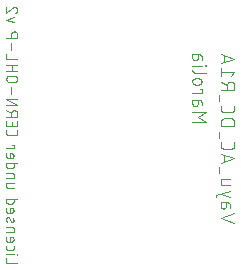
<source format=gbr>
G04 EAGLE Gerber RS-274X export*
G75*
%MOMM*%
%FSLAX34Y34*%
%LPD*%
%INSilkscreen Bottom*%
%IPPOS*%
%AMOC8*
5,1,8,0,0,1.08239X$1,22.5*%
G01*
%ADD10C,0.101600*%
%ADD11C,0.076200*%


D10*
X509492Y46829D02*
X497808Y50723D01*
X509492Y54618D01*
X502352Y61008D02*
X502352Y63929D01*
X502352Y61008D02*
X502350Y60914D01*
X502344Y60820D01*
X502335Y60727D01*
X502321Y60634D01*
X502304Y60542D01*
X502282Y60450D01*
X502258Y60360D01*
X502229Y60270D01*
X502197Y60182D01*
X502161Y60095D01*
X502121Y60010D01*
X502078Y59927D01*
X502032Y59845D01*
X501982Y59765D01*
X501929Y59688D01*
X501873Y59613D01*
X501814Y59540D01*
X501752Y59469D01*
X501687Y59401D01*
X501619Y59336D01*
X501548Y59274D01*
X501475Y59215D01*
X501400Y59159D01*
X501323Y59106D01*
X501243Y59056D01*
X501161Y59010D01*
X501078Y58967D01*
X500993Y58927D01*
X500906Y58891D01*
X500818Y58859D01*
X500728Y58830D01*
X500638Y58806D01*
X500546Y58784D01*
X500454Y58767D01*
X500361Y58753D01*
X500268Y58744D01*
X500174Y58738D01*
X500080Y58736D01*
X499986Y58738D01*
X499892Y58744D01*
X499799Y58753D01*
X499706Y58767D01*
X499614Y58784D01*
X499522Y58806D01*
X499432Y58830D01*
X499342Y58859D01*
X499254Y58891D01*
X499167Y58927D01*
X499082Y58967D01*
X498999Y59010D01*
X498917Y59056D01*
X498837Y59106D01*
X498760Y59159D01*
X498685Y59215D01*
X498612Y59274D01*
X498541Y59336D01*
X498473Y59401D01*
X498408Y59469D01*
X498346Y59540D01*
X498287Y59613D01*
X498231Y59688D01*
X498178Y59765D01*
X498128Y59845D01*
X498082Y59927D01*
X498039Y60010D01*
X497999Y60095D01*
X497963Y60182D01*
X497931Y60270D01*
X497902Y60360D01*
X497878Y60450D01*
X497856Y60542D01*
X497839Y60634D01*
X497825Y60727D01*
X497816Y60820D01*
X497810Y60914D01*
X497808Y61008D01*
X497808Y63929D01*
X503650Y63929D01*
X503737Y63927D01*
X503825Y63921D01*
X503911Y63911D01*
X503998Y63898D01*
X504083Y63880D01*
X504168Y63859D01*
X504252Y63834D01*
X504334Y63805D01*
X504415Y63772D01*
X504495Y63736D01*
X504573Y63697D01*
X504649Y63653D01*
X504723Y63607D01*
X504794Y63557D01*
X504864Y63504D01*
X504931Y63448D01*
X504995Y63389D01*
X505057Y63327D01*
X505116Y63263D01*
X505172Y63196D01*
X505225Y63126D01*
X505275Y63055D01*
X505321Y62981D01*
X505365Y62905D01*
X505404Y62827D01*
X505440Y62747D01*
X505473Y62666D01*
X505502Y62584D01*
X505527Y62500D01*
X505548Y62415D01*
X505566Y62330D01*
X505579Y62243D01*
X505589Y62157D01*
X505595Y62069D01*
X505597Y61982D01*
X505597Y59385D01*
X493913Y68701D02*
X493913Y69999D01*
X505597Y73894D01*
X505597Y68701D02*
X497808Y71297D01*
X499755Y78607D02*
X505597Y78607D01*
X499755Y78607D02*
X499668Y78609D01*
X499580Y78615D01*
X499494Y78625D01*
X499407Y78638D01*
X499322Y78656D01*
X499237Y78677D01*
X499153Y78702D01*
X499071Y78731D01*
X498990Y78764D01*
X498910Y78800D01*
X498832Y78839D01*
X498756Y78883D01*
X498682Y78929D01*
X498611Y78979D01*
X498541Y79032D01*
X498474Y79088D01*
X498410Y79147D01*
X498348Y79209D01*
X498289Y79273D01*
X498233Y79340D01*
X498180Y79410D01*
X498130Y79481D01*
X498084Y79555D01*
X498040Y79631D01*
X498001Y79709D01*
X497965Y79789D01*
X497932Y79870D01*
X497903Y79952D01*
X497878Y80036D01*
X497857Y80121D01*
X497839Y80206D01*
X497826Y80293D01*
X497816Y80379D01*
X497810Y80467D01*
X497808Y80554D01*
X497808Y83800D01*
X505597Y83800D01*
X496510Y88513D02*
X496510Y93706D01*
X497808Y97502D02*
X509492Y101396D01*
X497808Y105291D01*
X500729Y104317D02*
X500729Y98475D01*
X497808Y112144D02*
X497808Y114741D01*
X497808Y112144D02*
X497810Y112045D01*
X497816Y111945D01*
X497825Y111846D01*
X497838Y111748D01*
X497855Y111650D01*
X497876Y111552D01*
X497901Y111456D01*
X497929Y111361D01*
X497961Y111267D01*
X497996Y111174D01*
X498035Y111082D01*
X498078Y110992D01*
X498123Y110904D01*
X498173Y110817D01*
X498225Y110733D01*
X498281Y110650D01*
X498339Y110570D01*
X498401Y110492D01*
X498466Y110417D01*
X498534Y110344D01*
X498604Y110274D01*
X498677Y110206D01*
X498752Y110141D01*
X498830Y110079D01*
X498910Y110021D01*
X498993Y109965D01*
X499077Y109913D01*
X499164Y109863D01*
X499252Y109818D01*
X499342Y109775D01*
X499434Y109736D01*
X499527Y109701D01*
X499621Y109669D01*
X499716Y109641D01*
X499812Y109616D01*
X499910Y109595D01*
X500008Y109578D01*
X500106Y109565D01*
X500205Y109556D01*
X500305Y109550D01*
X500404Y109548D01*
X506896Y109548D01*
X506995Y109550D01*
X507095Y109556D01*
X507194Y109565D01*
X507292Y109578D01*
X507390Y109595D01*
X507488Y109616D01*
X507584Y109641D01*
X507679Y109669D01*
X507773Y109701D01*
X507866Y109736D01*
X507958Y109775D01*
X508048Y109818D01*
X508136Y109863D01*
X508223Y109913D01*
X508307Y109965D01*
X508390Y110021D01*
X508470Y110079D01*
X508548Y110141D01*
X508623Y110206D01*
X508696Y110274D01*
X508766Y110344D01*
X508834Y110417D01*
X508899Y110492D01*
X508961Y110570D01*
X509019Y110650D01*
X509075Y110733D01*
X509127Y110817D01*
X509177Y110904D01*
X509222Y110992D01*
X509265Y111082D01*
X509304Y111174D01*
X509339Y111266D01*
X509371Y111361D01*
X509399Y111456D01*
X509424Y111552D01*
X509445Y111650D01*
X509462Y111748D01*
X509475Y111846D01*
X509484Y111945D01*
X509490Y112045D01*
X509492Y112144D01*
X509492Y114741D01*
X496510Y118612D02*
X496510Y123805D01*
X497808Y128631D02*
X509492Y128631D01*
X509492Y131876D01*
X509490Y131989D01*
X509484Y132102D01*
X509474Y132215D01*
X509460Y132328D01*
X509443Y132440D01*
X509421Y132551D01*
X509396Y132661D01*
X509366Y132771D01*
X509333Y132879D01*
X509296Y132986D01*
X509256Y133092D01*
X509211Y133196D01*
X509163Y133299D01*
X509112Y133400D01*
X509057Y133499D01*
X508999Y133596D01*
X508937Y133691D01*
X508872Y133784D01*
X508804Y133874D01*
X508733Y133962D01*
X508658Y134048D01*
X508581Y134131D01*
X508501Y134211D01*
X508418Y134288D01*
X508332Y134363D01*
X508244Y134434D01*
X508154Y134502D01*
X508061Y134567D01*
X507966Y134629D01*
X507869Y134687D01*
X507770Y134742D01*
X507669Y134793D01*
X507566Y134841D01*
X507462Y134886D01*
X507356Y134926D01*
X507249Y134963D01*
X507141Y134996D01*
X507031Y135026D01*
X506921Y135051D01*
X506810Y135073D01*
X506698Y135090D01*
X506585Y135104D01*
X506472Y135114D01*
X506359Y135120D01*
X506246Y135122D01*
X501054Y135122D01*
X500941Y135120D01*
X500828Y135114D01*
X500715Y135104D01*
X500602Y135090D01*
X500490Y135073D01*
X500379Y135051D01*
X500269Y135026D01*
X500159Y134996D01*
X500051Y134963D01*
X499944Y134926D01*
X499838Y134886D01*
X499734Y134841D01*
X499631Y134793D01*
X499530Y134742D01*
X499431Y134687D01*
X499334Y134629D01*
X499239Y134567D01*
X499146Y134502D01*
X499056Y134434D01*
X498968Y134363D01*
X498882Y134288D01*
X498799Y134211D01*
X498719Y134131D01*
X498642Y134048D01*
X498567Y133962D01*
X498496Y133874D01*
X498428Y133784D01*
X498363Y133691D01*
X498301Y133596D01*
X498243Y133499D01*
X498188Y133400D01*
X498137Y133299D01*
X498089Y133196D01*
X498044Y133092D01*
X498004Y132986D01*
X497967Y132879D01*
X497934Y132771D01*
X497904Y132661D01*
X497879Y132551D01*
X497857Y132440D01*
X497840Y132328D01*
X497826Y132215D01*
X497816Y132102D01*
X497810Y131989D01*
X497808Y131876D01*
X497808Y128631D01*
X497808Y143005D02*
X497808Y145602D01*
X497808Y143005D02*
X497810Y142906D01*
X497816Y142806D01*
X497825Y142707D01*
X497838Y142609D01*
X497855Y142511D01*
X497876Y142413D01*
X497901Y142317D01*
X497929Y142222D01*
X497961Y142128D01*
X497996Y142035D01*
X498035Y141943D01*
X498078Y141853D01*
X498123Y141765D01*
X498173Y141678D01*
X498225Y141594D01*
X498281Y141511D01*
X498339Y141431D01*
X498401Y141353D01*
X498466Y141278D01*
X498534Y141205D01*
X498604Y141135D01*
X498677Y141067D01*
X498752Y141002D01*
X498830Y140940D01*
X498910Y140882D01*
X498993Y140826D01*
X499077Y140774D01*
X499164Y140724D01*
X499252Y140679D01*
X499342Y140636D01*
X499434Y140597D01*
X499527Y140562D01*
X499621Y140530D01*
X499716Y140502D01*
X499812Y140477D01*
X499910Y140456D01*
X500008Y140439D01*
X500106Y140426D01*
X500205Y140417D01*
X500305Y140411D01*
X500404Y140409D01*
X506896Y140409D01*
X506995Y140411D01*
X507095Y140417D01*
X507194Y140426D01*
X507292Y140439D01*
X507390Y140456D01*
X507488Y140477D01*
X507584Y140502D01*
X507679Y140530D01*
X507773Y140562D01*
X507866Y140597D01*
X507958Y140636D01*
X508048Y140679D01*
X508136Y140724D01*
X508223Y140774D01*
X508307Y140826D01*
X508390Y140882D01*
X508470Y140940D01*
X508548Y141002D01*
X508623Y141067D01*
X508696Y141135D01*
X508766Y141205D01*
X508834Y141278D01*
X508899Y141353D01*
X508961Y141431D01*
X509019Y141511D01*
X509075Y141594D01*
X509127Y141678D01*
X509177Y141765D01*
X509222Y141853D01*
X509265Y141943D01*
X509304Y142035D01*
X509339Y142127D01*
X509371Y142222D01*
X509399Y142317D01*
X509424Y142413D01*
X509445Y142511D01*
X509462Y142609D01*
X509475Y142707D01*
X509484Y142806D01*
X509490Y142906D01*
X509492Y143005D01*
X509492Y145602D01*
X496510Y149473D02*
X496510Y154666D01*
X497808Y159565D02*
X509492Y159565D01*
X509492Y162811D01*
X509490Y162924D01*
X509484Y163037D01*
X509474Y163150D01*
X509460Y163263D01*
X509443Y163375D01*
X509421Y163486D01*
X509396Y163596D01*
X509366Y163706D01*
X509333Y163814D01*
X509296Y163921D01*
X509256Y164027D01*
X509211Y164131D01*
X509163Y164234D01*
X509112Y164335D01*
X509057Y164434D01*
X508999Y164531D01*
X508937Y164626D01*
X508872Y164719D01*
X508804Y164809D01*
X508733Y164897D01*
X508658Y164983D01*
X508581Y165066D01*
X508501Y165146D01*
X508418Y165223D01*
X508332Y165298D01*
X508244Y165369D01*
X508154Y165437D01*
X508061Y165502D01*
X507966Y165564D01*
X507869Y165622D01*
X507770Y165677D01*
X507669Y165728D01*
X507566Y165776D01*
X507462Y165821D01*
X507356Y165861D01*
X507249Y165898D01*
X507141Y165931D01*
X507031Y165961D01*
X506921Y165986D01*
X506810Y166008D01*
X506698Y166025D01*
X506585Y166039D01*
X506472Y166049D01*
X506359Y166055D01*
X506246Y166057D01*
X506133Y166055D01*
X506020Y166049D01*
X505907Y166039D01*
X505794Y166025D01*
X505682Y166008D01*
X505571Y165986D01*
X505461Y165961D01*
X505351Y165931D01*
X505243Y165898D01*
X505136Y165861D01*
X505030Y165821D01*
X504926Y165776D01*
X504823Y165728D01*
X504722Y165677D01*
X504623Y165622D01*
X504526Y165564D01*
X504431Y165502D01*
X504338Y165437D01*
X504248Y165369D01*
X504160Y165298D01*
X504074Y165223D01*
X503991Y165146D01*
X503911Y165066D01*
X503834Y164983D01*
X503759Y164897D01*
X503688Y164809D01*
X503620Y164719D01*
X503555Y164626D01*
X503493Y164531D01*
X503435Y164434D01*
X503380Y164335D01*
X503329Y164234D01*
X503281Y164131D01*
X503236Y164027D01*
X503196Y163921D01*
X503159Y163814D01*
X503126Y163706D01*
X503096Y163596D01*
X503071Y163486D01*
X503049Y163375D01*
X503032Y163263D01*
X503018Y163150D01*
X503008Y163037D01*
X503002Y162924D01*
X503000Y162811D01*
X503001Y162811D02*
X503001Y159565D01*
X503001Y163460D02*
X497808Y166057D01*
X506896Y170922D02*
X509492Y174167D01*
X497808Y174167D01*
X497808Y170922D02*
X497808Y177413D01*
X497808Y181703D02*
X509492Y185597D01*
X497808Y189492D01*
X500729Y188518D02*
X500729Y182676D01*
X485492Y132387D02*
X473808Y132387D01*
X479001Y136282D02*
X485492Y132387D01*
X479001Y136282D02*
X485492Y140176D01*
X473808Y140176D01*
X478352Y147709D02*
X478352Y150630D01*
X478352Y147709D02*
X478350Y147615D01*
X478344Y147521D01*
X478335Y147428D01*
X478321Y147335D01*
X478304Y147243D01*
X478282Y147151D01*
X478258Y147061D01*
X478229Y146971D01*
X478197Y146883D01*
X478161Y146796D01*
X478121Y146711D01*
X478078Y146628D01*
X478032Y146546D01*
X477982Y146466D01*
X477929Y146389D01*
X477873Y146314D01*
X477814Y146241D01*
X477752Y146170D01*
X477687Y146102D01*
X477619Y146037D01*
X477548Y145975D01*
X477475Y145916D01*
X477400Y145860D01*
X477323Y145807D01*
X477243Y145757D01*
X477161Y145711D01*
X477078Y145668D01*
X476993Y145628D01*
X476906Y145592D01*
X476818Y145560D01*
X476728Y145531D01*
X476638Y145507D01*
X476546Y145485D01*
X476454Y145468D01*
X476361Y145454D01*
X476268Y145445D01*
X476174Y145439D01*
X476080Y145437D01*
X475986Y145439D01*
X475892Y145445D01*
X475799Y145454D01*
X475706Y145468D01*
X475614Y145485D01*
X475522Y145507D01*
X475432Y145531D01*
X475342Y145560D01*
X475254Y145592D01*
X475167Y145628D01*
X475082Y145668D01*
X474999Y145711D01*
X474917Y145757D01*
X474837Y145807D01*
X474760Y145860D01*
X474685Y145916D01*
X474612Y145975D01*
X474541Y146037D01*
X474473Y146102D01*
X474408Y146170D01*
X474346Y146241D01*
X474287Y146314D01*
X474231Y146389D01*
X474178Y146466D01*
X474128Y146546D01*
X474082Y146628D01*
X474039Y146711D01*
X473999Y146796D01*
X473963Y146883D01*
X473931Y146971D01*
X473902Y147061D01*
X473878Y147151D01*
X473856Y147243D01*
X473839Y147335D01*
X473825Y147428D01*
X473816Y147521D01*
X473810Y147615D01*
X473808Y147709D01*
X473808Y150630D01*
X479650Y150630D01*
X479737Y150628D01*
X479825Y150622D01*
X479911Y150612D01*
X479998Y150599D01*
X480083Y150581D01*
X480168Y150560D01*
X480252Y150535D01*
X480334Y150506D01*
X480415Y150473D01*
X480495Y150437D01*
X480573Y150398D01*
X480649Y150354D01*
X480723Y150308D01*
X480794Y150258D01*
X480864Y150205D01*
X480931Y150149D01*
X480995Y150090D01*
X481057Y150028D01*
X481116Y149964D01*
X481172Y149897D01*
X481225Y149827D01*
X481275Y149756D01*
X481321Y149682D01*
X481365Y149606D01*
X481404Y149528D01*
X481440Y149448D01*
X481473Y149367D01*
X481502Y149285D01*
X481527Y149201D01*
X481548Y149116D01*
X481566Y149031D01*
X481579Y148944D01*
X481589Y148858D01*
X481595Y148770D01*
X481597Y148683D01*
X481597Y146086D01*
X481597Y156231D02*
X473808Y156231D01*
X481597Y156231D02*
X481597Y160125D01*
X480299Y160125D01*
X479001Y163784D02*
X476404Y163784D01*
X479001Y163785D02*
X479102Y163787D01*
X479202Y163793D01*
X479302Y163803D01*
X479402Y163816D01*
X479501Y163834D01*
X479600Y163855D01*
X479697Y163880D01*
X479794Y163909D01*
X479889Y163942D01*
X479983Y163978D01*
X480075Y164018D01*
X480166Y164061D01*
X480255Y164108D01*
X480342Y164158D01*
X480428Y164212D01*
X480511Y164269D01*
X480591Y164329D01*
X480670Y164392D01*
X480746Y164459D01*
X480819Y164528D01*
X480889Y164600D01*
X480957Y164674D01*
X481022Y164751D01*
X481083Y164831D01*
X481142Y164913D01*
X481197Y164997D01*
X481249Y165083D01*
X481298Y165171D01*
X481343Y165261D01*
X481385Y165353D01*
X481423Y165446D01*
X481457Y165541D01*
X481488Y165636D01*
X481515Y165733D01*
X481538Y165831D01*
X481558Y165930D01*
X481573Y166030D01*
X481585Y166130D01*
X481593Y166230D01*
X481597Y166331D01*
X481597Y166431D01*
X481593Y166532D01*
X481585Y166632D01*
X481573Y166732D01*
X481558Y166832D01*
X481538Y166931D01*
X481515Y167029D01*
X481488Y167126D01*
X481457Y167221D01*
X481423Y167316D01*
X481385Y167409D01*
X481343Y167501D01*
X481298Y167591D01*
X481249Y167679D01*
X481197Y167765D01*
X481142Y167849D01*
X481083Y167931D01*
X481022Y168011D01*
X480957Y168088D01*
X480889Y168162D01*
X480819Y168234D01*
X480746Y168303D01*
X480670Y168370D01*
X480591Y168433D01*
X480511Y168493D01*
X480428Y168550D01*
X480342Y168604D01*
X480255Y168654D01*
X480166Y168701D01*
X480075Y168744D01*
X479983Y168784D01*
X479889Y168820D01*
X479794Y168853D01*
X479697Y168882D01*
X479600Y168907D01*
X479501Y168928D01*
X479402Y168946D01*
X479302Y168959D01*
X479202Y168969D01*
X479102Y168975D01*
X479001Y168977D01*
X476404Y168977D01*
X476303Y168975D01*
X476203Y168969D01*
X476103Y168959D01*
X476003Y168946D01*
X475904Y168928D01*
X475805Y168907D01*
X475708Y168882D01*
X475611Y168853D01*
X475516Y168820D01*
X475422Y168784D01*
X475330Y168744D01*
X475239Y168701D01*
X475150Y168654D01*
X475063Y168604D01*
X474977Y168550D01*
X474894Y168493D01*
X474814Y168433D01*
X474735Y168370D01*
X474659Y168303D01*
X474586Y168234D01*
X474516Y168162D01*
X474448Y168088D01*
X474383Y168011D01*
X474322Y167931D01*
X474263Y167849D01*
X474208Y167765D01*
X474156Y167679D01*
X474107Y167591D01*
X474062Y167501D01*
X474020Y167409D01*
X473982Y167316D01*
X473948Y167221D01*
X473917Y167126D01*
X473890Y167029D01*
X473867Y166931D01*
X473847Y166832D01*
X473832Y166732D01*
X473820Y166632D01*
X473812Y166532D01*
X473808Y166431D01*
X473808Y166331D01*
X473812Y166230D01*
X473820Y166130D01*
X473832Y166030D01*
X473847Y165930D01*
X473867Y165831D01*
X473890Y165733D01*
X473917Y165636D01*
X473948Y165541D01*
X473982Y165446D01*
X474020Y165353D01*
X474062Y165261D01*
X474107Y165171D01*
X474156Y165083D01*
X474208Y164997D01*
X474263Y164913D01*
X474322Y164831D01*
X474383Y164751D01*
X474448Y164674D01*
X474516Y164600D01*
X474586Y164528D01*
X474659Y164459D01*
X474735Y164392D01*
X474814Y164329D01*
X474894Y164269D01*
X474977Y164212D01*
X475063Y164158D01*
X475150Y164108D01*
X475239Y164061D01*
X475330Y164018D01*
X475422Y163978D01*
X475516Y163942D01*
X475611Y163909D01*
X475708Y163880D01*
X475805Y163855D01*
X475904Y163834D01*
X476003Y163816D01*
X476103Y163803D01*
X476203Y163793D01*
X476303Y163787D01*
X476404Y163785D01*
X475755Y173840D02*
X485492Y173840D01*
X475755Y173840D02*
X475668Y173842D01*
X475580Y173848D01*
X475494Y173858D01*
X475407Y173871D01*
X475322Y173889D01*
X475237Y173910D01*
X475153Y173935D01*
X475071Y173964D01*
X474990Y173997D01*
X474910Y174033D01*
X474832Y174072D01*
X474756Y174116D01*
X474682Y174162D01*
X474611Y174212D01*
X474541Y174265D01*
X474474Y174321D01*
X474410Y174380D01*
X474348Y174442D01*
X474289Y174506D01*
X474233Y174573D01*
X474180Y174643D01*
X474130Y174714D01*
X474084Y174788D01*
X474040Y174864D01*
X474001Y174942D01*
X473965Y175022D01*
X473932Y175103D01*
X473903Y175185D01*
X473878Y175269D01*
X473857Y175354D01*
X473839Y175439D01*
X473826Y175526D01*
X473816Y175612D01*
X473810Y175700D01*
X473808Y175787D01*
X473808Y179715D02*
X481597Y179715D01*
X484843Y179391D02*
X485492Y179391D01*
X485492Y180040D01*
X484843Y180040D01*
X484843Y179391D01*
X478352Y186571D02*
X478352Y189492D01*
X478352Y186571D02*
X478350Y186477D01*
X478344Y186383D01*
X478335Y186290D01*
X478321Y186197D01*
X478304Y186105D01*
X478282Y186013D01*
X478258Y185923D01*
X478229Y185833D01*
X478197Y185745D01*
X478161Y185658D01*
X478121Y185573D01*
X478078Y185490D01*
X478032Y185408D01*
X477982Y185328D01*
X477929Y185251D01*
X477873Y185176D01*
X477814Y185103D01*
X477752Y185032D01*
X477687Y184964D01*
X477619Y184899D01*
X477548Y184837D01*
X477475Y184778D01*
X477400Y184722D01*
X477323Y184669D01*
X477243Y184619D01*
X477161Y184573D01*
X477078Y184530D01*
X476993Y184490D01*
X476906Y184454D01*
X476818Y184422D01*
X476728Y184393D01*
X476638Y184369D01*
X476546Y184347D01*
X476454Y184330D01*
X476361Y184316D01*
X476268Y184307D01*
X476174Y184301D01*
X476080Y184299D01*
X475986Y184301D01*
X475892Y184307D01*
X475799Y184316D01*
X475706Y184330D01*
X475614Y184347D01*
X475522Y184369D01*
X475432Y184393D01*
X475342Y184422D01*
X475254Y184454D01*
X475167Y184490D01*
X475082Y184530D01*
X474999Y184573D01*
X474917Y184619D01*
X474837Y184669D01*
X474760Y184722D01*
X474685Y184778D01*
X474612Y184837D01*
X474541Y184899D01*
X474473Y184964D01*
X474408Y185032D01*
X474346Y185103D01*
X474287Y185176D01*
X474231Y185251D01*
X474178Y185328D01*
X474128Y185408D01*
X474082Y185490D01*
X474039Y185573D01*
X473999Y185658D01*
X473963Y185745D01*
X473931Y185833D01*
X473902Y185923D01*
X473878Y186013D01*
X473856Y186105D01*
X473839Y186197D01*
X473825Y186290D01*
X473816Y186383D01*
X473810Y186477D01*
X473808Y186571D01*
X473808Y189492D01*
X479650Y189492D01*
X479737Y189490D01*
X479825Y189484D01*
X479911Y189474D01*
X479998Y189461D01*
X480083Y189443D01*
X480168Y189422D01*
X480252Y189397D01*
X480334Y189368D01*
X480415Y189335D01*
X480495Y189299D01*
X480573Y189260D01*
X480649Y189216D01*
X480723Y189170D01*
X480794Y189120D01*
X480864Y189067D01*
X480931Y189011D01*
X480995Y188952D01*
X481057Y188890D01*
X481116Y188826D01*
X481172Y188759D01*
X481225Y188689D01*
X481275Y188618D01*
X481321Y188544D01*
X481365Y188468D01*
X481404Y188390D01*
X481440Y188310D01*
X481473Y188229D01*
X481502Y188147D01*
X481527Y188063D01*
X481548Y187978D01*
X481566Y187893D01*
X481579Y187806D01*
X481589Y187720D01*
X481595Y187632D01*
X481597Y187545D01*
X481597Y184948D01*
D11*
X325619Y12580D02*
X316221Y12580D01*
X316221Y16757D01*
X316221Y20050D02*
X322486Y20050D01*
X325097Y19789D02*
X325619Y19789D01*
X325619Y20311D01*
X325097Y20311D01*
X325097Y19789D01*
X316221Y25330D02*
X316221Y27418D01*
X316221Y25330D02*
X316223Y25253D01*
X316229Y25177D01*
X316238Y25100D01*
X316251Y25024D01*
X316268Y24949D01*
X316288Y24875D01*
X316313Y24802D01*
X316340Y24731D01*
X316371Y24660D01*
X316406Y24592D01*
X316444Y24525D01*
X316485Y24460D01*
X316529Y24397D01*
X316576Y24337D01*
X316627Y24278D01*
X316680Y24223D01*
X316735Y24170D01*
X316794Y24119D01*
X316854Y24072D01*
X316917Y24028D01*
X316982Y23987D01*
X317049Y23949D01*
X317117Y23914D01*
X317188Y23883D01*
X317259Y23856D01*
X317332Y23831D01*
X317406Y23811D01*
X317481Y23794D01*
X317557Y23781D01*
X317634Y23772D01*
X317710Y23766D01*
X317787Y23764D01*
X317787Y23763D02*
X320920Y23763D01*
X320920Y23764D02*
X320997Y23766D01*
X321073Y23772D01*
X321150Y23781D01*
X321226Y23794D01*
X321301Y23811D01*
X321375Y23831D01*
X321448Y23856D01*
X321519Y23883D01*
X321590Y23914D01*
X321658Y23949D01*
X321725Y23987D01*
X321790Y24028D01*
X321853Y24072D01*
X321913Y24119D01*
X321972Y24170D01*
X322027Y24223D01*
X322080Y24278D01*
X322131Y24337D01*
X322178Y24397D01*
X322222Y24460D01*
X322263Y24525D01*
X322301Y24592D01*
X322336Y24660D01*
X322367Y24731D01*
X322394Y24802D01*
X322419Y24875D01*
X322439Y24949D01*
X322456Y25024D01*
X322469Y25100D01*
X322478Y25177D01*
X322484Y25253D01*
X322486Y25330D01*
X322486Y27418D01*
X316221Y32330D02*
X316221Y34940D01*
X316221Y32330D02*
X316223Y32253D01*
X316229Y32177D01*
X316238Y32100D01*
X316251Y32024D01*
X316268Y31949D01*
X316288Y31875D01*
X316313Y31802D01*
X316340Y31731D01*
X316371Y31660D01*
X316406Y31592D01*
X316444Y31525D01*
X316485Y31460D01*
X316529Y31397D01*
X316576Y31337D01*
X316627Y31278D01*
X316680Y31223D01*
X316735Y31170D01*
X316794Y31119D01*
X316854Y31072D01*
X316917Y31028D01*
X316982Y30987D01*
X317049Y30949D01*
X317117Y30914D01*
X317188Y30883D01*
X317259Y30856D01*
X317332Y30831D01*
X317406Y30811D01*
X317481Y30794D01*
X317557Y30781D01*
X317634Y30772D01*
X317710Y30766D01*
X317787Y30764D01*
X317787Y30763D02*
X320398Y30763D01*
X320398Y30764D02*
X320488Y30766D01*
X320577Y30772D01*
X320667Y30781D01*
X320756Y30795D01*
X320844Y30812D01*
X320931Y30833D01*
X321018Y30858D01*
X321103Y30887D01*
X321187Y30919D01*
X321269Y30954D01*
X321350Y30994D01*
X321429Y31036D01*
X321506Y31082D01*
X321581Y31132D01*
X321654Y31184D01*
X321725Y31240D01*
X321793Y31298D01*
X321858Y31360D01*
X321921Y31424D01*
X321981Y31491D01*
X322038Y31560D01*
X322092Y31632D01*
X322143Y31706D01*
X322191Y31782D01*
X322235Y31860D01*
X322276Y31940D01*
X322314Y32022D01*
X322348Y32105D01*
X322378Y32190D01*
X322405Y32276D01*
X322428Y32362D01*
X322447Y32450D01*
X322462Y32539D01*
X322474Y32628D01*
X322482Y32717D01*
X322486Y32807D01*
X322486Y32897D01*
X322482Y32987D01*
X322474Y33076D01*
X322462Y33165D01*
X322447Y33254D01*
X322428Y33342D01*
X322405Y33428D01*
X322378Y33514D01*
X322348Y33599D01*
X322314Y33682D01*
X322276Y33764D01*
X322235Y33844D01*
X322191Y33922D01*
X322143Y33998D01*
X322092Y34072D01*
X322038Y34144D01*
X321981Y34213D01*
X321921Y34280D01*
X321858Y34344D01*
X321793Y34406D01*
X321725Y34464D01*
X321654Y34520D01*
X321581Y34572D01*
X321506Y34622D01*
X321429Y34668D01*
X321350Y34710D01*
X321269Y34750D01*
X321187Y34785D01*
X321103Y34817D01*
X321018Y34846D01*
X320931Y34871D01*
X320844Y34892D01*
X320756Y34909D01*
X320667Y34923D01*
X320577Y34932D01*
X320488Y34938D01*
X320398Y34940D01*
X319354Y34940D01*
X319354Y30763D01*
X322486Y38993D02*
X316221Y38993D01*
X322486Y38993D02*
X322486Y41603D01*
X322484Y41680D01*
X322478Y41756D01*
X322469Y41833D01*
X322456Y41909D01*
X322439Y41984D01*
X322419Y42058D01*
X322394Y42131D01*
X322367Y42202D01*
X322336Y42273D01*
X322301Y42341D01*
X322263Y42408D01*
X322222Y42473D01*
X322178Y42536D01*
X322131Y42596D01*
X322080Y42655D01*
X322027Y42710D01*
X321972Y42763D01*
X321913Y42814D01*
X321853Y42861D01*
X321790Y42905D01*
X321725Y42946D01*
X321658Y42984D01*
X321590Y43019D01*
X321519Y43050D01*
X321448Y43077D01*
X321375Y43102D01*
X321301Y43122D01*
X321226Y43139D01*
X321150Y43152D01*
X321073Y43161D01*
X320997Y43167D01*
X320920Y43169D01*
X320920Y43170D02*
X316221Y43170D01*
X319876Y48006D02*
X318832Y50616D01*
X319876Y48005D02*
X319904Y47939D01*
X319937Y47874D01*
X319972Y47811D01*
X320011Y47750D01*
X320053Y47691D01*
X320098Y47635D01*
X320146Y47581D01*
X320197Y47530D01*
X320250Y47481D01*
X320307Y47436D01*
X320365Y47393D01*
X320425Y47354D01*
X320488Y47317D01*
X320553Y47285D01*
X320619Y47256D01*
X320686Y47230D01*
X320755Y47208D01*
X320825Y47190D01*
X320896Y47175D01*
X320967Y47164D01*
X321039Y47157D01*
X321111Y47154D01*
X321183Y47155D01*
X321256Y47160D01*
X321327Y47168D01*
X321399Y47180D01*
X321469Y47196D01*
X321538Y47216D01*
X321607Y47240D01*
X321674Y47267D01*
X321739Y47297D01*
X321803Y47331D01*
X321865Y47369D01*
X321925Y47409D01*
X321982Y47453D01*
X322037Y47500D01*
X322090Y47550D01*
X322139Y47602D01*
X322186Y47657D01*
X322230Y47714D01*
X322271Y47774D01*
X322308Y47836D01*
X322343Y47900D01*
X322373Y47965D01*
X322401Y48032D01*
X322424Y48100D01*
X322444Y48170D01*
X322460Y48240D01*
X322473Y48311D01*
X322481Y48383D01*
X322486Y48455D01*
X322487Y48527D01*
X322486Y48528D02*
X322482Y48679D01*
X322474Y48830D01*
X322463Y48981D01*
X322447Y49132D01*
X322427Y49282D01*
X322404Y49432D01*
X322377Y49581D01*
X322346Y49729D01*
X322311Y49877D01*
X322273Y50023D01*
X322230Y50169D01*
X322184Y50313D01*
X322135Y50456D01*
X322082Y50598D01*
X322025Y50738D01*
X321964Y50877D01*
X318832Y50616D02*
X318804Y50682D01*
X318771Y50747D01*
X318736Y50810D01*
X318697Y50871D01*
X318655Y50930D01*
X318610Y50986D01*
X318562Y51040D01*
X318511Y51091D01*
X318458Y51140D01*
X318401Y51185D01*
X318343Y51228D01*
X318283Y51267D01*
X318220Y51304D01*
X318155Y51336D01*
X318089Y51365D01*
X318022Y51391D01*
X317953Y51413D01*
X317883Y51431D01*
X317812Y51446D01*
X317741Y51457D01*
X317669Y51464D01*
X317597Y51467D01*
X317525Y51466D01*
X317452Y51461D01*
X317381Y51453D01*
X317309Y51441D01*
X317239Y51425D01*
X317170Y51405D01*
X317101Y51381D01*
X317034Y51354D01*
X316969Y51324D01*
X316905Y51290D01*
X316843Y51252D01*
X316783Y51212D01*
X316726Y51168D01*
X316671Y51121D01*
X316618Y51071D01*
X316569Y51019D01*
X316522Y50964D01*
X316478Y50907D01*
X316437Y50847D01*
X316400Y50785D01*
X316365Y50721D01*
X316335Y50656D01*
X316307Y50589D01*
X316284Y50521D01*
X316264Y50451D01*
X316248Y50381D01*
X316235Y50310D01*
X316227Y50238D01*
X316222Y50166D01*
X316221Y50094D01*
X316226Y49884D01*
X316237Y49675D01*
X316252Y49466D01*
X316272Y49258D01*
X316298Y49050D01*
X316328Y48843D01*
X316363Y48636D01*
X316403Y48431D01*
X316447Y48226D01*
X316497Y48023D01*
X316551Y47820D01*
X316611Y47619D01*
X316674Y47420D01*
X316743Y47222D01*
X316221Y56714D02*
X316221Y59324D01*
X316221Y56714D02*
X316223Y56637D01*
X316229Y56561D01*
X316238Y56484D01*
X316251Y56408D01*
X316268Y56333D01*
X316288Y56259D01*
X316313Y56186D01*
X316340Y56115D01*
X316371Y56044D01*
X316406Y55976D01*
X316444Y55909D01*
X316485Y55844D01*
X316529Y55781D01*
X316576Y55721D01*
X316627Y55662D01*
X316680Y55607D01*
X316735Y55554D01*
X316794Y55503D01*
X316854Y55456D01*
X316917Y55412D01*
X316982Y55371D01*
X317049Y55333D01*
X317117Y55298D01*
X317188Y55267D01*
X317259Y55240D01*
X317332Y55215D01*
X317406Y55195D01*
X317481Y55178D01*
X317557Y55165D01*
X317634Y55156D01*
X317710Y55150D01*
X317787Y55148D01*
X317787Y55147D02*
X320398Y55147D01*
X320398Y55148D02*
X320488Y55150D01*
X320577Y55156D01*
X320667Y55165D01*
X320756Y55179D01*
X320844Y55196D01*
X320931Y55217D01*
X321018Y55242D01*
X321103Y55271D01*
X321187Y55303D01*
X321269Y55338D01*
X321350Y55378D01*
X321429Y55420D01*
X321506Y55466D01*
X321581Y55516D01*
X321654Y55568D01*
X321725Y55624D01*
X321793Y55682D01*
X321858Y55744D01*
X321921Y55808D01*
X321981Y55875D01*
X322038Y55944D01*
X322092Y56016D01*
X322143Y56090D01*
X322191Y56166D01*
X322235Y56244D01*
X322276Y56324D01*
X322314Y56406D01*
X322348Y56489D01*
X322378Y56574D01*
X322405Y56660D01*
X322428Y56746D01*
X322447Y56834D01*
X322462Y56923D01*
X322474Y57012D01*
X322482Y57101D01*
X322486Y57191D01*
X322486Y57281D01*
X322482Y57371D01*
X322474Y57460D01*
X322462Y57549D01*
X322447Y57638D01*
X322428Y57726D01*
X322405Y57812D01*
X322378Y57898D01*
X322348Y57983D01*
X322314Y58066D01*
X322276Y58148D01*
X322235Y58228D01*
X322191Y58306D01*
X322143Y58382D01*
X322092Y58456D01*
X322038Y58528D01*
X321981Y58597D01*
X321921Y58664D01*
X321858Y58728D01*
X321793Y58790D01*
X321725Y58848D01*
X321654Y58904D01*
X321581Y58956D01*
X321506Y59006D01*
X321429Y59052D01*
X321350Y59094D01*
X321269Y59134D01*
X321187Y59169D01*
X321103Y59201D01*
X321018Y59230D01*
X320931Y59255D01*
X320844Y59276D01*
X320756Y59293D01*
X320667Y59307D01*
X320577Y59316D01*
X320488Y59322D01*
X320398Y59324D01*
X319354Y59324D01*
X319354Y55147D01*
X316221Y67203D02*
X325619Y67203D01*
X316221Y67203D02*
X316221Y64593D01*
X316223Y64516D01*
X316229Y64440D01*
X316238Y64363D01*
X316251Y64287D01*
X316268Y64212D01*
X316288Y64138D01*
X316313Y64065D01*
X316340Y63994D01*
X316371Y63923D01*
X316406Y63855D01*
X316444Y63788D01*
X316485Y63723D01*
X316529Y63660D01*
X316576Y63600D01*
X316627Y63541D01*
X316680Y63486D01*
X316735Y63433D01*
X316794Y63382D01*
X316854Y63335D01*
X316917Y63291D01*
X316982Y63250D01*
X317049Y63212D01*
X317117Y63177D01*
X317188Y63146D01*
X317259Y63119D01*
X317332Y63094D01*
X317406Y63074D01*
X317481Y63057D01*
X317557Y63044D01*
X317634Y63035D01*
X317710Y63029D01*
X317787Y63027D01*
X317787Y63026D02*
X320920Y63026D01*
X320920Y63027D02*
X320997Y63029D01*
X321073Y63035D01*
X321150Y63044D01*
X321226Y63057D01*
X321301Y63074D01*
X321375Y63094D01*
X321448Y63119D01*
X321519Y63146D01*
X321590Y63177D01*
X321658Y63212D01*
X321725Y63250D01*
X321790Y63291D01*
X321853Y63335D01*
X321913Y63382D01*
X321972Y63433D01*
X322027Y63486D01*
X322080Y63541D01*
X322131Y63600D01*
X322178Y63660D01*
X322222Y63723D01*
X322263Y63788D01*
X322301Y63855D01*
X322336Y63923D01*
X322367Y63994D01*
X322394Y64065D01*
X322419Y64138D01*
X322439Y64212D01*
X322456Y64287D01*
X322469Y64363D01*
X322478Y64440D01*
X322484Y64516D01*
X322486Y64593D01*
X322486Y67203D01*
X322486Y76483D02*
X317787Y76483D01*
X317710Y76485D01*
X317634Y76491D01*
X317557Y76500D01*
X317481Y76513D01*
X317406Y76530D01*
X317332Y76550D01*
X317259Y76575D01*
X317188Y76602D01*
X317117Y76633D01*
X317049Y76668D01*
X316982Y76706D01*
X316917Y76747D01*
X316854Y76791D01*
X316794Y76838D01*
X316735Y76889D01*
X316680Y76942D01*
X316627Y76997D01*
X316576Y77056D01*
X316529Y77116D01*
X316485Y77179D01*
X316444Y77244D01*
X316406Y77311D01*
X316371Y77379D01*
X316340Y77450D01*
X316313Y77521D01*
X316288Y77594D01*
X316268Y77668D01*
X316251Y77743D01*
X316238Y77819D01*
X316229Y77896D01*
X316223Y77972D01*
X316221Y78049D01*
X316221Y80660D01*
X322486Y80660D01*
X322486Y85017D02*
X316221Y85017D01*
X322486Y85017D02*
X322486Y87628D01*
X322484Y87705D01*
X322478Y87781D01*
X322469Y87858D01*
X322456Y87934D01*
X322439Y88009D01*
X322419Y88083D01*
X322394Y88156D01*
X322367Y88227D01*
X322336Y88298D01*
X322301Y88366D01*
X322263Y88433D01*
X322222Y88498D01*
X322178Y88561D01*
X322131Y88621D01*
X322080Y88680D01*
X322027Y88735D01*
X321972Y88788D01*
X321913Y88839D01*
X321853Y88886D01*
X321790Y88930D01*
X321725Y88971D01*
X321658Y89009D01*
X321590Y89044D01*
X321519Y89075D01*
X321448Y89102D01*
X321375Y89127D01*
X321301Y89147D01*
X321226Y89164D01*
X321150Y89177D01*
X321073Y89186D01*
X320997Y89192D01*
X320920Y89194D01*
X316221Y89194D01*
X316221Y97378D02*
X325619Y97378D01*
X316221Y97378D02*
X316221Y94768D01*
X316223Y94691D01*
X316229Y94615D01*
X316238Y94538D01*
X316251Y94462D01*
X316268Y94387D01*
X316288Y94313D01*
X316313Y94240D01*
X316340Y94169D01*
X316371Y94098D01*
X316406Y94030D01*
X316444Y93963D01*
X316485Y93898D01*
X316529Y93835D01*
X316576Y93775D01*
X316627Y93716D01*
X316680Y93661D01*
X316735Y93608D01*
X316794Y93557D01*
X316854Y93510D01*
X316917Y93466D01*
X316982Y93425D01*
X317049Y93387D01*
X317117Y93352D01*
X317188Y93321D01*
X317259Y93294D01*
X317332Y93269D01*
X317406Y93249D01*
X317481Y93232D01*
X317557Y93219D01*
X317634Y93210D01*
X317710Y93204D01*
X317787Y93202D01*
X317787Y93201D02*
X320920Y93201D01*
X320920Y93202D02*
X320997Y93204D01*
X321073Y93210D01*
X321150Y93219D01*
X321226Y93232D01*
X321301Y93249D01*
X321375Y93269D01*
X321448Y93294D01*
X321519Y93321D01*
X321590Y93352D01*
X321658Y93387D01*
X321725Y93425D01*
X321790Y93466D01*
X321853Y93510D01*
X321913Y93557D01*
X321972Y93608D01*
X322027Y93661D01*
X322080Y93716D01*
X322131Y93775D01*
X322178Y93835D01*
X322222Y93898D01*
X322263Y93963D01*
X322301Y94030D01*
X322336Y94098D01*
X322367Y94169D01*
X322394Y94240D01*
X322419Y94313D01*
X322439Y94387D01*
X322456Y94462D01*
X322469Y94538D01*
X322478Y94615D01*
X322484Y94691D01*
X322486Y94768D01*
X322486Y97378D01*
X316221Y103043D02*
X316221Y105653D01*
X316221Y103043D02*
X316223Y102966D01*
X316229Y102890D01*
X316238Y102813D01*
X316251Y102737D01*
X316268Y102662D01*
X316288Y102588D01*
X316313Y102515D01*
X316340Y102444D01*
X316371Y102373D01*
X316406Y102305D01*
X316444Y102238D01*
X316485Y102173D01*
X316529Y102110D01*
X316576Y102050D01*
X316627Y101991D01*
X316680Y101936D01*
X316735Y101883D01*
X316794Y101832D01*
X316854Y101785D01*
X316917Y101741D01*
X316982Y101700D01*
X317049Y101662D01*
X317117Y101627D01*
X317188Y101596D01*
X317259Y101569D01*
X317332Y101544D01*
X317406Y101524D01*
X317481Y101507D01*
X317557Y101494D01*
X317634Y101485D01*
X317710Y101479D01*
X317787Y101477D01*
X320398Y101477D01*
X320488Y101479D01*
X320577Y101485D01*
X320667Y101494D01*
X320756Y101508D01*
X320844Y101525D01*
X320931Y101546D01*
X321018Y101571D01*
X321103Y101600D01*
X321187Y101632D01*
X321269Y101667D01*
X321350Y101707D01*
X321429Y101749D01*
X321506Y101795D01*
X321581Y101845D01*
X321654Y101897D01*
X321725Y101953D01*
X321793Y102011D01*
X321858Y102073D01*
X321921Y102137D01*
X321981Y102204D01*
X322038Y102273D01*
X322092Y102345D01*
X322143Y102419D01*
X322191Y102495D01*
X322235Y102573D01*
X322276Y102653D01*
X322314Y102735D01*
X322348Y102818D01*
X322378Y102903D01*
X322405Y102989D01*
X322428Y103075D01*
X322447Y103163D01*
X322462Y103252D01*
X322474Y103341D01*
X322482Y103430D01*
X322486Y103520D01*
X322486Y103610D01*
X322482Y103700D01*
X322474Y103789D01*
X322462Y103878D01*
X322447Y103967D01*
X322428Y104055D01*
X322405Y104141D01*
X322378Y104227D01*
X322348Y104312D01*
X322314Y104395D01*
X322276Y104477D01*
X322235Y104557D01*
X322191Y104635D01*
X322143Y104711D01*
X322092Y104785D01*
X322038Y104857D01*
X321981Y104926D01*
X321921Y104993D01*
X321858Y105057D01*
X321793Y105119D01*
X321725Y105177D01*
X321654Y105233D01*
X321581Y105285D01*
X321506Y105335D01*
X321429Y105381D01*
X321350Y105423D01*
X321269Y105463D01*
X321187Y105498D01*
X321103Y105530D01*
X321018Y105559D01*
X320931Y105584D01*
X320844Y105605D01*
X320756Y105622D01*
X320667Y105636D01*
X320577Y105645D01*
X320488Y105651D01*
X320398Y105653D01*
X319354Y105653D01*
X319354Y101477D01*
X316221Y109758D02*
X322486Y109758D01*
X322486Y112890D01*
X321442Y112890D01*
X316221Y122829D02*
X316221Y124917D01*
X316221Y122829D02*
X316223Y122740D01*
X316229Y122652D01*
X316238Y122564D01*
X316251Y122476D01*
X316268Y122389D01*
X316288Y122303D01*
X316313Y122218D01*
X316340Y122133D01*
X316372Y122050D01*
X316406Y121969D01*
X316445Y121889D01*
X316486Y121811D01*
X316531Y121734D01*
X316579Y121660D01*
X316630Y121587D01*
X316684Y121517D01*
X316742Y121450D01*
X316802Y121384D01*
X316864Y121322D01*
X316930Y121262D01*
X316997Y121204D01*
X317067Y121150D01*
X317140Y121099D01*
X317214Y121051D01*
X317291Y121006D01*
X317369Y120965D01*
X317449Y120926D01*
X317530Y120892D01*
X317613Y120860D01*
X317698Y120833D01*
X317783Y120808D01*
X317869Y120788D01*
X317956Y120771D01*
X318044Y120758D01*
X318132Y120749D01*
X318220Y120743D01*
X318309Y120741D01*
X323531Y120741D01*
X323622Y120743D01*
X323713Y120749D01*
X323804Y120759D01*
X323894Y120773D01*
X323983Y120790D01*
X324071Y120812D01*
X324159Y120838D01*
X324245Y120867D01*
X324330Y120900D01*
X324413Y120937D01*
X324495Y120977D01*
X324575Y121021D01*
X324653Y121068D01*
X324729Y121119D01*
X324802Y121172D01*
X324873Y121229D01*
X324942Y121290D01*
X325007Y121353D01*
X325070Y121418D01*
X325130Y121487D01*
X325188Y121558D01*
X325241Y121631D01*
X325292Y121707D01*
X325339Y121785D01*
X325383Y121865D01*
X325423Y121947D01*
X325460Y122030D01*
X325493Y122115D01*
X325522Y122201D01*
X325548Y122289D01*
X325570Y122377D01*
X325587Y122466D01*
X325601Y122556D01*
X325611Y122647D01*
X325617Y122738D01*
X325619Y122829D01*
X325619Y124917D01*
X316221Y128709D02*
X316221Y132885D01*
X316221Y128709D02*
X325619Y128709D01*
X325619Y132885D01*
X321442Y131841D02*
X321442Y128709D01*
X325619Y136673D02*
X316221Y136673D01*
X325619Y136673D02*
X325619Y139283D01*
X325617Y139384D01*
X325611Y139485D01*
X325601Y139586D01*
X325588Y139686D01*
X325570Y139786D01*
X325549Y139885D01*
X325523Y139983D01*
X325494Y140080D01*
X325462Y140176D01*
X325425Y140270D01*
X325385Y140363D01*
X325341Y140455D01*
X325294Y140544D01*
X325243Y140632D01*
X325189Y140718D01*
X325132Y140801D01*
X325072Y140883D01*
X325008Y140961D01*
X324942Y141038D01*
X324872Y141111D01*
X324800Y141182D01*
X324725Y141250D01*
X324647Y141315D01*
X324567Y141377D01*
X324485Y141436D01*
X324400Y141492D01*
X324314Y141544D01*
X324225Y141593D01*
X324134Y141639D01*
X324042Y141680D01*
X323948Y141719D01*
X323853Y141753D01*
X323757Y141784D01*
X323659Y141811D01*
X323561Y141835D01*
X323461Y141854D01*
X323361Y141870D01*
X323261Y141882D01*
X323160Y141890D01*
X323059Y141894D01*
X322957Y141894D01*
X322856Y141890D01*
X322755Y141882D01*
X322655Y141870D01*
X322555Y141854D01*
X322455Y141835D01*
X322357Y141811D01*
X322259Y141784D01*
X322163Y141753D01*
X322068Y141719D01*
X321974Y141680D01*
X321882Y141639D01*
X321791Y141593D01*
X321703Y141544D01*
X321616Y141492D01*
X321531Y141436D01*
X321449Y141377D01*
X321369Y141315D01*
X321291Y141250D01*
X321216Y141182D01*
X321144Y141111D01*
X321074Y141038D01*
X321008Y140961D01*
X320944Y140883D01*
X320884Y140801D01*
X320827Y140718D01*
X320773Y140632D01*
X320722Y140544D01*
X320675Y140455D01*
X320631Y140363D01*
X320591Y140270D01*
X320554Y140176D01*
X320522Y140080D01*
X320493Y139983D01*
X320467Y139885D01*
X320446Y139786D01*
X320428Y139686D01*
X320415Y139586D01*
X320405Y139485D01*
X320399Y139384D01*
X320397Y139283D01*
X320398Y139283D02*
X320398Y136673D01*
X320398Y139806D02*
X316221Y141894D01*
X316221Y146065D02*
X325619Y146065D01*
X316221Y151286D01*
X325619Y151286D01*
X319876Y155601D02*
X319876Y161866D01*
X318832Y165877D02*
X323008Y165877D01*
X323008Y165876D02*
X323109Y165878D01*
X323210Y165884D01*
X323311Y165894D01*
X323411Y165907D01*
X323511Y165925D01*
X323610Y165946D01*
X323708Y165972D01*
X323805Y166001D01*
X323901Y166033D01*
X323995Y166070D01*
X324088Y166110D01*
X324180Y166154D01*
X324269Y166201D01*
X324357Y166252D01*
X324443Y166306D01*
X324526Y166363D01*
X324608Y166423D01*
X324686Y166487D01*
X324763Y166553D01*
X324836Y166623D01*
X324907Y166695D01*
X324975Y166770D01*
X325040Y166848D01*
X325102Y166928D01*
X325161Y167010D01*
X325217Y167095D01*
X325269Y167181D01*
X325318Y167270D01*
X325364Y167361D01*
X325405Y167453D01*
X325444Y167547D01*
X325478Y167642D01*
X325509Y167738D01*
X325536Y167836D01*
X325560Y167934D01*
X325579Y168034D01*
X325595Y168134D01*
X325607Y168234D01*
X325615Y168335D01*
X325619Y168436D01*
X325619Y168538D01*
X325615Y168639D01*
X325607Y168740D01*
X325595Y168840D01*
X325579Y168940D01*
X325560Y169040D01*
X325536Y169138D01*
X325509Y169236D01*
X325478Y169332D01*
X325444Y169427D01*
X325405Y169521D01*
X325364Y169613D01*
X325318Y169704D01*
X325269Y169792D01*
X325217Y169879D01*
X325161Y169964D01*
X325102Y170046D01*
X325040Y170126D01*
X324975Y170204D01*
X324907Y170279D01*
X324836Y170351D01*
X324763Y170421D01*
X324686Y170487D01*
X324608Y170551D01*
X324526Y170611D01*
X324443Y170668D01*
X324357Y170722D01*
X324269Y170773D01*
X324180Y170820D01*
X324088Y170864D01*
X323995Y170904D01*
X323901Y170941D01*
X323805Y170973D01*
X323708Y171002D01*
X323610Y171028D01*
X323511Y171049D01*
X323411Y171067D01*
X323311Y171080D01*
X323210Y171090D01*
X323109Y171096D01*
X323008Y171098D01*
X318832Y171098D01*
X318731Y171096D01*
X318630Y171090D01*
X318529Y171080D01*
X318429Y171067D01*
X318329Y171049D01*
X318230Y171028D01*
X318132Y171002D01*
X318035Y170973D01*
X317939Y170941D01*
X317845Y170904D01*
X317752Y170864D01*
X317660Y170820D01*
X317571Y170773D01*
X317483Y170722D01*
X317397Y170668D01*
X317314Y170611D01*
X317232Y170551D01*
X317154Y170487D01*
X317077Y170421D01*
X317004Y170351D01*
X316933Y170279D01*
X316865Y170204D01*
X316800Y170126D01*
X316738Y170046D01*
X316679Y169964D01*
X316623Y169879D01*
X316571Y169793D01*
X316522Y169704D01*
X316476Y169613D01*
X316435Y169521D01*
X316396Y169427D01*
X316362Y169332D01*
X316331Y169236D01*
X316304Y169138D01*
X316280Y169040D01*
X316261Y168940D01*
X316245Y168840D01*
X316233Y168740D01*
X316225Y168639D01*
X316221Y168538D01*
X316221Y168436D01*
X316225Y168335D01*
X316233Y168234D01*
X316245Y168134D01*
X316261Y168034D01*
X316280Y167934D01*
X316304Y167836D01*
X316331Y167738D01*
X316362Y167642D01*
X316396Y167547D01*
X316435Y167453D01*
X316476Y167361D01*
X316522Y167270D01*
X316571Y167182D01*
X316623Y167095D01*
X316679Y167010D01*
X316738Y166928D01*
X316800Y166848D01*
X316865Y166770D01*
X316933Y166695D01*
X317004Y166623D01*
X317077Y166553D01*
X317154Y166487D01*
X317232Y166423D01*
X317314Y166363D01*
X317397Y166306D01*
X317483Y166252D01*
X317571Y166201D01*
X317660Y166154D01*
X317752Y166110D01*
X317845Y166070D01*
X317939Y166033D01*
X318035Y166001D01*
X318132Y165972D01*
X318230Y165946D01*
X318329Y165925D01*
X318429Y165907D01*
X318529Y165894D01*
X318630Y165884D01*
X318731Y165878D01*
X318832Y165876D01*
X316221Y175325D02*
X325619Y175325D01*
X321442Y175325D02*
X321442Y180546D01*
X325619Y180546D02*
X316221Y180546D01*
X316221Y185096D02*
X325619Y185096D01*
X316221Y185096D02*
X316221Y189273D01*
X319876Y192786D02*
X319876Y199052D01*
X316221Y203498D02*
X325619Y203498D01*
X325619Y206109D01*
X325617Y206210D01*
X325611Y206311D01*
X325601Y206412D01*
X325588Y206512D01*
X325570Y206612D01*
X325549Y206711D01*
X325523Y206809D01*
X325494Y206906D01*
X325462Y207002D01*
X325425Y207096D01*
X325385Y207189D01*
X325341Y207281D01*
X325294Y207370D01*
X325243Y207458D01*
X325189Y207544D01*
X325132Y207627D01*
X325072Y207709D01*
X325008Y207787D01*
X324942Y207864D01*
X324872Y207937D01*
X324800Y208008D01*
X324725Y208076D01*
X324647Y208141D01*
X324567Y208203D01*
X324485Y208262D01*
X324400Y208318D01*
X324314Y208370D01*
X324225Y208419D01*
X324134Y208465D01*
X324042Y208506D01*
X323948Y208545D01*
X323853Y208579D01*
X323757Y208610D01*
X323659Y208637D01*
X323561Y208661D01*
X323461Y208680D01*
X323361Y208696D01*
X323261Y208708D01*
X323160Y208716D01*
X323059Y208720D01*
X322957Y208720D01*
X322856Y208716D01*
X322755Y208708D01*
X322655Y208696D01*
X322555Y208680D01*
X322455Y208661D01*
X322357Y208637D01*
X322259Y208610D01*
X322163Y208579D01*
X322068Y208545D01*
X321974Y208506D01*
X321882Y208465D01*
X321791Y208419D01*
X321703Y208370D01*
X321616Y208318D01*
X321531Y208262D01*
X321449Y208203D01*
X321369Y208141D01*
X321291Y208076D01*
X321216Y208008D01*
X321144Y207937D01*
X321074Y207864D01*
X321008Y207787D01*
X320944Y207709D01*
X320884Y207627D01*
X320827Y207544D01*
X320773Y207458D01*
X320722Y207370D01*
X320675Y207281D01*
X320631Y207189D01*
X320591Y207096D01*
X320554Y207002D01*
X320522Y206906D01*
X320493Y206809D01*
X320467Y206711D01*
X320446Y206612D01*
X320428Y206512D01*
X320415Y206412D01*
X320405Y206311D01*
X320399Y206210D01*
X320397Y206109D01*
X320398Y206109D02*
X320398Y203498D01*
X322486Y216690D02*
X316221Y218779D01*
X322486Y220867D01*
X325620Y227270D02*
X325618Y227365D01*
X325612Y227459D01*
X325603Y227553D01*
X325590Y227647D01*
X325573Y227740D01*
X325552Y227832D01*
X325527Y227924D01*
X325499Y228014D01*
X325467Y228103D01*
X325432Y228191D01*
X325393Y228277D01*
X325351Y228362D01*
X325305Y228445D01*
X325256Y228526D01*
X325204Y228605D01*
X325149Y228682D01*
X325090Y228756D01*
X325029Y228828D01*
X324965Y228898D01*
X324898Y228965D01*
X324828Y229029D01*
X324756Y229090D01*
X324682Y229149D01*
X324605Y229204D01*
X324526Y229256D01*
X324445Y229305D01*
X324362Y229351D01*
X324277Y229393D01*
X324191Y229432D01*
X324103Y229467D01*
X324014Y229499D01*
X323924Y229527D01*
X323832Y229552D01*
X323740Y229573D01*
X323647Y229590D01*
X323553Y229603D01*
X323459Y229612D01*
X323365Y229618D01*
X323270Y229620D01*
X325619Y227270D02*
X325617Y227162D01*
X325611Y227053D01*
X325601Y226945D01*
X325588Y226838D01*
X325570Y226731D01*
X325549Y226624D01*
X325524Y226519D01*
X325495Y226414D01*
X325463Y226311D01*
X325426Y226209D01*
X325386Y226108D01*
X325343Y226009D01*
X325296Y225911D01*
X325245Y225815D01*
X325191Y225721D01*
X325134Y225629D01*
X325073Y225539D01*
X325009Y225451D01*
X324943Y225366D01*
X324873Y225283D01*
X324800Y225203D01*
X324724Y225125D01*
X324646Y225050D01*
X324565Y224978D01*
X324481Y224909D01*
X324395Y224843D01*
X324307Y224780D01*
X324216Y224721D01*
X324124Y224664D01*
X324029Y224611D01*
X323933Y224562D01*
X323834Y224516D01*
X323735Y224473D01*
X323633Y224434D01*
X323531Y224399D01*
X321442Y228836D02*
X321511Y228905D01*
X321582Y228971D01*
X321655Y229035D01*
X321731Y229096D01*
X321810Y229154D01*
X321890Y229208D01*
X321973Y229260D01*
X322057Y229308D01*
X322143Y229354D01*
X322231Y229395D01*
X322321Y229434D01*
X322412Y229469D01*
X322504Y229500D01*
X322597Y229528D01*
X322691Y229552D01*
X322786Y229572D01*
X322882Y229589D01*
X322979Y229602D01*
X323076Y229611D01*
X323173Y229617D01*
X323270Y229619D01*
X321442Y228836D02*
X316221Y224398D01*
X316221Y229619D01*
M02*

</source>
